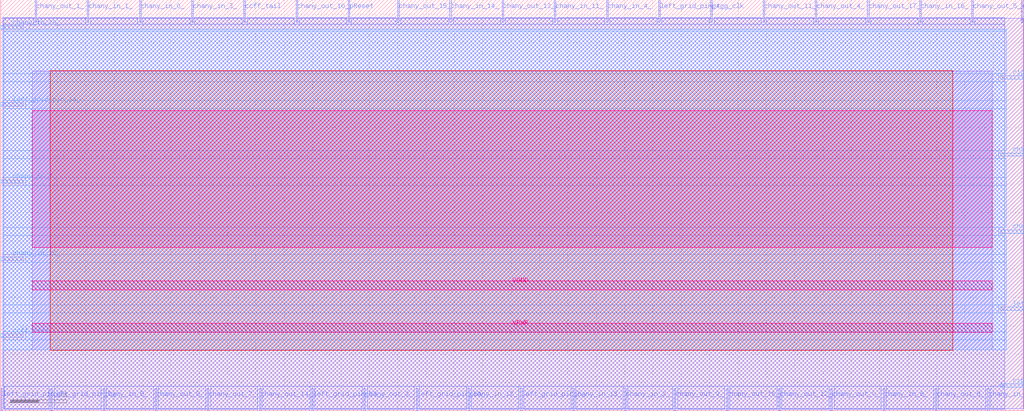
<source format=lef>
VERSION 5.7 ;
  NAMESCASESENSITIVE ON ;
  NOWIREEXTENSIONATPIN ON ;
  DIVIDERCHAR "/" ;
  BUSBITCHARS "[]" ;
UNITS
  DATABASE MICRONS 200 ;
END UNITS

MACRO cby_0__1_
  CLASS BLOCK ;
  FOREIGN cby_0__1_ ;
  ORIGIN 0.000 0.000 ;
  SIZE 180.350 BY 72.555 ;
  PIN ccff_head
    DIRECTION INPUT ;
    PORT
      LAYER met3 ;
        RECT 0.000 12.960 4.000 13.560 ;
    END
  END ccff_head
  PIN ccff_tail
    DIRECTION OUTPUT TRISTATE ;
    PORT
      LAYER met2 ;
        RECT 42.870 68.555 43.150 72.555 ;
    END
  END ccff_tail
  PIN chany_in_0_
    DIRECTION INPUT ;
    PORT
      LAYER met2 ;
        RECT 24.470 68.555 24.750 72.555 ;
    END
  END chany_in_0_
  PIN chany_in_10_
    DIRECTION INPUT ;
    PORT
      LAYER met3 ;
        RECT 0.000 67.360 4.000 67.960 ;
    END
  END chany_in_10_
  PIN chany_in_11_
    DIRECTION INPUT ;
    PORT
      LAYER met2 ;
        RECT 97.610 68.555 97.890 72.555 ;
    END
  END chany_in_11_
  PIN chany_in_12_
    DIRECTION INPUT ;
    PORT
      LAYER met2 ;
        RECT 82.430 0.000 82.710 4.000 ;
    END
  END chany_in_12_
  PIN chany_in_13_
    DIRECTION INPUT ;
    PORT
      LAYER met2 ;
        RECT 100.830 0.000 101.110 4.000 ;
    END
  END chany_in_13_
  PIN chany_in_14_
    DIRECTION INPUT ;
    PORT
      LAYER met2 ;
        RECT 79.210 68.555 79.490 72.555 ;
    END
  END chany_in_14_
  PIN chany_in_15_
    DIRECTION INPUT ;
    PORT
      LAYER met3 ;
        RECT 0.000 26.560 4.000 27.160 ;
    END
  END chany_in_15_
  PIN chany_in_16_
    DIRECTION INPUT ;
    PORT
      LAYER met2 ;
        RECT 162.010 68.555 162.290 72.555 ;
    END
  END chany_in_16_
  PIN chany_in_17_
    DIRECTION INPUT ;
    PORT
      LAYER met3 ;
        RECT 176.350 31.320 180.350 31.920 ;
    END
  END chany_in_17_
  PIN chany_in_1_
    DIRECTION INPUT ;
    PORT
      LAYER met2 ;
        RECT 15.270 68.555 15.550 72.555 ;
    END
  END chany_in_1_
  PIN chany_in_2_
    DIRECTION INPUT ;
    PORT
      LAYER met2 ;
        RECT 110.030 0.000 110.310 4.000 ;
    END
  END chany_in_2_
  PIN chany_in_3_
    DIRECTION INPUT ;
    PORT
      LAYER met2 ;
        RECT 33.670 68.555 33.950 72.555 ;
    END
  END chany_in_3_
  PIN chany_in_4_
    DIRECTION INPUT ;
    PORT
      LAYER met2 ;
        RECT 106.810 68.555 107.090 72.555 ;
    END
  END chany_in_4_
  PIN chany_in_5_
    DIRECTION INPUT ;
    PORT
      LAYER met2 ;
        RECT 18.030 0.000 18.310 4.000 ;
    END
  END chany_in_5_
  PIN chany_in_6_
    DIRECTION INPUT ;
    PORT
      LAYER met2 ;
        RECT 155.570 0.000 155.850 4.000 ;
    END
  END chany_in_6_
  PIN chany_in_7_
    DIRECTION INPUT ;
    PORT
      LAYER met3 ;
        RECT 0.000 40.160 4.000 40.760 ;
    END
  END chany_in_7_
  PIN chany_in_8_
    DIRECTION INPUT ;
    PORT
      LAYER met2 ;
        RECT 173.970 0.000 174.250 4.000 ;
    END
  END chany_in_8_
  PIN chany_in_9_
    DIRECTION INPUT ;
    PORT
      LAYER met2 ;
        RECT 179.950 68.555 180.230 72.555 ;
    END
  END chany_in_9_
  PIN chany_out_0_
    DIRECTION OUTPUT TRISTATE ;
    PORT
      LAYER met2 ;
        RECT 146.370 0.000 146.650 4.000 ;
    END
  END chany_out_0_
  PIN chany_out_10_
    DIRECTION OUTPUT TRISTATE ;
    PORT
      LAYER met2 ;
        RECT 52.070 68.555 52.350 72.555 ;
    END
  END chany_out_10_
  PIN chany_out_11_
    DIRECTION OUTPUT TRISTATE ;
    PORT
      LAYER met2 ;
        RECT 134.410 68.555 134.690 72.555 ;
    END
  END chany_out_11_
  PIN chany_out_12_
    DIRECTION OUTPUT TRISTATE ;
    PORT
      LAYER met2 ;
        RECT 137.170 0.000 137.450 4.000 ;
    END
  END chany_out_12_
  PIN chany_out_13_
    DIRECTION OUTPUT TRISTATE ;
    PORT
      LAYER met2 ;
        RECT 88.410 68.555 88.690 72.555 ;
    END
  END chany_out_13_
  PIN chany_out_14_
    DIRECTION OUTPUT TRISTATE ;
    PORT
      LAYER met2 ;
        RECT 45.630 0.000 45.910 4.000 ;
    END
  END chany_out_14_
  PIN chany_out_15_
    DIRECTION OUTPUT TRISTATE ;
    PORT
      LAYER met2 ;
        RECT 70.010 68.555 70.290 72.555 ;
    END
  END chany_out_15_
  PIN chany_out_16_
    DIRECTION OUTPUT TRISTATE ;
    PORT
      LAYER met2 ;
        RECT 127.970 0.000 128.250 4.000 ;
    END
  END chany_out_16_
  PIN chany_out_17_
    DIRECTION OUTPUT TRISTATE ;
    PORT
      LAYER met2 ;
        RECT 152.810 68.555 153.090 72.555 ;
    END
  END chany_out_17_
  PIN chany_out_1_
    DIRECTION OUTPUT TRISTATE ;
    PORT
      LAYER met2 ;
        RECT 6.070 68.555 6.350 72.555 ;
    END
  END chany_out_1_
  PIN chany_out_2_
    DIRECTION OUTPUT TRISTATE ;
    PORT
      LAYER met2 ;
        RECT 64.030 0.000 64.310 4.000 ;
    END
  END chany_out_2_
  PIN chany_out_3_
    DIRECTION OUTPUT TRISTATE ;
    PORT
      LAYER met3 ;
        RECT 176.350 44.920 180.350 45.520 ;
    END
  END chany_out_3_
  PIN chany_out_4_
    DIRECTION OUTPUT TRISTATE ;
    PORT
      LAYER met2 ;
        RECT 143.610 68.555 143.890 72.555 ;
    END
  END chany_out_4_
  PIN chany_out_5_
    DIRECTION OUTPUT TRISTATE ;
    PORT
      LAYER met2 ;
        RECT 171.210 68.555 171.490 72.555 ;
    END
  END chany_out_5_
  PIN chany_out_6_
    DIRECTION OUTPUT TRISTATE ;
    PORT
      LAYER met2 ;
        RECT 164.770 0.000 165.050 4.000 ;
    END
  END chany_out_6_
  PIN chany_out_7_
    DIRECTION OUTPUT TRISTATE ;
    PORT
      LAYER met2 ;
        RECT 36.430 0.000 36.710 4.000 ;
    END
  END chany_out_7_
  PIN chany_out_8_
    DIRECTION OUTPUT TRISTATE ;
    PORT
      LAYER met2 ;
        RECT 27.230 0.000 27.510 4.000 ;
    END
  END chany_out_8_
  PIN chany_out_9_
    DIRECTION OUTPUT TRISTATE ;
    PORT
      LAYER met2 ;
        RECT 118.770 0.000 119.050 4.000 ;
    END
  END chany_out_9_
  PIN left_grid_pin_0_
    DIRECTION OUTPUT TRISTATE ;
    PORT
      LAYER met2 ;
        RECT 91.630 0.000 91.910 4.000 ;
    END
  END left_grid_pin_0_
  PIN left_grid_pin_10_
    DIRECTION OUTPUT TRISTATE ;
    PORT
      LAYER met2 ;
        RECT 73.230 0.000 73.510 4.000 ;
    END
  END left_grid_pin_10_
  PIN left_grid_pin_12_
    DIRECTION OUTPUT TRISTATE ;
    PORT
      LAYER met2 ;
        RECT 54.830 0.000 55.110 4.000 ;
    END
  END left_grid_pin_12_
  PIN left_grid_pin_14_
    DIRECTION OUTPUT TRISTATE ;
    PORT
      LAYER met3 ;
        RECT 0.000 53.760 4.000 54.360 ;
    END
  END left_grid_pin_14_
  PIN left_grid_pin_2_
    DIRECTION OUTPUT TRISTATE ;
    PORT
      LAYER met2 ;
        RECT 8.830 0.000 9.110 4.000 ;
    END
  END left_grid_pin_2_
  PIN left_grid_pin_4_
    DIRECTION OUTPUT TRISTATE ;
    PORT
      LAYER met2 ;
        RECT 116.010 68.555 116.290 72.555 ;
    END
  END left_grid_pin_4_
  PIN left_grid_pin_6_
    DIRECTION OUTPUT TRISTATE ;
    PORT
      LAYER met3 ;
        RECT 176.350 17.720 180.350 18.320 ;
    END
  END left_grid_pin_6_
  PIN left_grid_pin_8_
    DIRECTION OUTPUT TRISTATE ;
    PORT
      LAYER met2 ;
        RECT 0.090 0.000 0.370 4.000 ;
    END
  END left_grid_pin_8_
  PIN pReset
    DIRECTION INPUT ;
    PORT
      LAYER met2 ;
        RECT 61.270 68.555 61.550 72.555 ;
    END
  END pReset
  PIN prog_clk
    DIRECTION INPUT ;
    PORT
      LAYER met2 ;
        RECT 125.210 68.555 125.490 72.555 ;
    END
  END prog_clk
  PIN right_grid_pin_3_
    DIRECTION OUTPUT TRISTATE ;
    PORT
      LAYER met3 ;
        RECT 176.350 58.520 180.350 59.120 ;
    END
  END right_grid_pin_3_
  PIN right_grid_pin_7_
    DIRECTION OUTPUT TRISTATE ;
    PORT
      LAYER met3 ;
        RECT 176.350 4.120 180.350 4.720 ;
    END
  END right_grid_pin_7_
  PIN VPWR
    DIRECTION INPUT ;
    USE POWER ;
    PORT
      LAYER met5 ;
        RECT 5.520 13.840 174.800 15.440 ;
    END
  END VPWR
  PIN VGND
    DIRECTION INPUT ;
    USE GROUND ;
    PORT
      LAYER met5 ;
        RECT 5.520 21.340 174.800 22.940 ;
    END
  END VGND
  OBS
      LAYER li1 ;
        RECT 5.520 10.795 174.800 59.925 ;
      LAYER met1 ;
        RECT 0.530 0.380 180.250 69.320 ;
      LAYER met2 ;
        RECT 0.370 68.275 5.790 69.350 ;
        RECT 6.630 68.275 14.990 69.350 ;
        RECT 15.830 68.275 24.190 69.350 ;
        RECT 25.030 68.275 33.390 69.350 ;
        RECT 34.230 68.275 42.590 69.350 ;
        RECT 43.430 68.275 51.790 69.350 ;
        RECT 52.630 68.275 60.990 69.350 ;
        RECT 61.830 68.275 69.730 69.350 ;
        RECT 70.570 68.275 78.930 69.350 ;
        RECT 79.770 68.275 88.130 69.350 ;
        RECT 88.970 68.275 97.330 69.350 ;
        RECT 98.170 68.275 106.530 69.350 ;
        RECT 107.370 68.275 115.730 69.350 ;
        RECT 116.570 68.275 124.930 69.350 ;
        RECT 125.770 68.275 134.130 69.350 ;
        RECT 134.970 68.275 143.330 69.350 ;
        RECT 144.170 68.275 152.530 69.350 ;
        RECT 153.370 68.275 161.730 69.350 ;
        RECT 162.570 68.275 170.930 69.350 ;
        RECT 171.770 68.275 177.010 69.350 ;
        RECT 0.370 4.280 177.010 68.275 ;
        RECT 0.650 0.270 8.550 4.280 ;
        RECT 9.390 0.270 17.750 4.280 ;
        RECT 18.590 0.270 26.950 4.280 ;
        RECT 27.790 0.270 36.150 4.280 ;
        RECT 36.990 0.270 45.350 4.280 ;
        RECT 46.190 0.270 54.550 4.280 ;
        RECT 55.390 0.270 63.750 4.280 ;
        RECT 64.590 0.270 72.950 4.280 ;
        RECT 73.790 0.270 82.150 4.280 ;
        RECT 82.990 0.270 91.350 4.280 ;
        RECT 92.190 0.270 100.550 4.280 ;
        RECT 101.390 0.270 109.750 4.280 ;
        RECT 110.590 0.270 118.490 4.280 ;
        RECT 119.330 0.270 127.690 4.280 ;
        RECT 128.530 0.270 136.890 4.280 ;
        RECT 137.730 0.270 146.090 4.280 ;
        RECT 146.930 0.270 155.290 4.280 ;
        RECT 156.130 0.270 164.490 4.280 ;
        RECT 165.330 0.270 173.690 4.280 ;
        RECT 174.530 0.270 177.010 4.280 ;
      LAYER met3 ;
        RECT 4.400 66.960 177.250 67.360 ;
        RECT 0.310 59.520 177.250 66.960 ;
        RECT 0.310 58.120 175.950 59.520 ;
        RECT 0.310 54.760 177.250 58.120 ;
        RECT 4.400 53.360 177.250 54.760 ;
        RECT 0.310 45.920 177.250 53.360 ;
        RECT 0.310 44.520 175.950 45.920 ;
        RECT 0.310 41.160 177.250 44.520 ;
        RECT 4.400 39.760 177.250 41.160 ;
        RECT 0.310 32.320 177.250 39.760 ;
        RECT 0.310 30.920 175.950 32.320 ;
        RECT 0.310 27.560 177.250 30.920 ;
        RECT 4.400 26.160 177.250 27.560 ;
        RECT 0.310 18.720 177.250 26.160 ;
        RECT 0.310 17.320 175.950 18.720 ;
        RECT 0.310 13.960 177.250 17.320 ;
        RECT 4.400 12.560 177.250 13.960 ;
        RECT 0.310 10.715 177.250 12.560 ;
      LAYER met4 ;
        RECT 8.720 10.640 167.820 60.080 ;
      LAYER met5 ;
        RECT 5.520 28.840 174.800 52.940 ;
  END
END cby_0__1_
END LIBRARY


</source>
